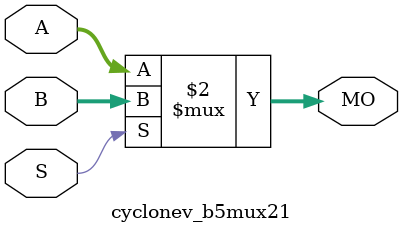
<source format=v>
module cyclonev_b5mux21 (MO, A, B, S);
   input [4:0] A, B;
   input       S;
   output [4:0] MO; 
   assign MO = (S == 1) ? B : A; 
endmodule
</source>
